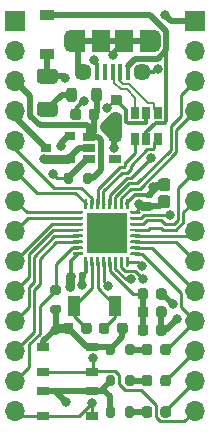
<source format=gbr>
%TF.GenerationSoftware,KiCad,Pcbnew,(5.1.8-0-10_14)*%
%TF.CreationDate,2021-01-29T20:55:06-06:00*%
%TF.ProjectId,serafino l432kc,73657261-6669-46e6-9f20-6c3433326b63,rev?*%
%TF.SameCoordinates,Original*%
%TF.FileFunction,Copper,L1,Top*%
%TF.FilePolarity,Positive*%
%FSLAX46Y46*%
G04 Gerber Fmt 4.6, Leading zero omitted, Abs format (unit mm)*
G04 Created by KiCad (PCBNEW (5.1.8-0-10_14)) date 2021-01-29 20:55:06*
%MOMM*%
%LPD*%
G01*
G04 APERTURE LIST*
%TA.AperFunction,SMDPad,CuDef*%
%ADD10R,1.050000X0.650000*%
%TD*%
%TA.AperFunction,SMDPad,CuDef*%
%ADD11R,1.200000X0.900000*%
%TD*%
%TA.AperFunction,ComponentPad*%
%ADD12O,1.700000X1.700000*%
%TD*%
%TA.AperFunction,ComponentPad*%
%ADD13R,1.700000X1.700000*%
%TD*%
%TA.AperFunction,SMDPad,CuDef*%
%ADD14R,1.500000X1.900000*%
%TD*%
%TA.AperFunction,ComponentPad*%
%ADD15C,1.450000*%
%TD*%
%TA.AperFunction,SMDPad,CuDef*%
%ADD16R,0.400000X1.350000*%
%TD*%
%TA.AperFunction,ComponentPad*%
%ADD17O,1.200000X1.900000*%
%TD*%
%TA.AperFunction,SMDPad,CuDef*%
%ADD18R,1.200000X1.900000*%
%TD*%
%TA.AperFunction,SMDPad,CuDef*%
%ADD19R,1.060000X0.650000*%
%TD*%
%TA.AperFunction,SMDPad,CuDef*%
%ADD20R,0.650000X1.060000*%
%TD*%
%TA.AperFunction,SMDPad,CuDef*%
%ADD21R,3.450000X3.450000*%
%TD*%
%TA.AperFunction,SMDPad,CuDef*%
%ADD22R,1.000000X1.800000*%
%TD*%
%TA.AperFunction,SMDPad,CuDef*%
%ADD23R,0.900000X0.800000*%
%TD*%
%TA.AperFunction,ViaPad*%
%ADD24C,0.800000*%
%TD*%
%TA.AperFunction,Conductor*%
%ADD25C,0.250000*%
%TD*%
%TA.AperFunction,Conductor*%
%ADD26C,0.500000*%
%TD*%
%TA.AperFunction,Conductor*%
%ADD27C,0.300000*%
%TD*%
%TA.AperFunction,Conductor*%
%ADD28C,0.750000*%
%TD*%
%TA.AperFunction,Conductor*%
%ADD29C,1.000000*%
%TD*%
%TA.AperFunction,Conductor*%
%ADD30C,0.200000*%
%TD*%
%TA.AperFunction,Conductor*%
%ADD31C,0.261112*%
%TD*%
G04 APERTURE END LIST*
D10*
%TO.P,SW1,2*%
%TO.N,NRST*%
X195242400Y-125789000D03*
%TO.P,SW1,1*%
%TO.N,GND*%
X195267400Y-123639000D03*
%TO.P,SW1,2*%
%TO.N,NRST*%
X191117400Y-125789000D03*
%TO.P,SW1,1*%
%TO.N,GND*%
X191117400Y-123639000D03*
%TD*%
%TO.P,SW2,2*%
%TO.N,PA0*%
X195242400Y-122106000D03*
%TO.P,SW2,1*%
%TO.N,GND*%
X195267400Y-119956000D03*
%TO.P,SW2,2*%
%TO.N,PA0*%
X191117400Y-122106000D03*
%TO.P,SW2,1*%
%TO.N,GND*%
X191117400Y-119956000D03*
%TD*%
%TO.P,C8,1*%
%TO.N,+3V3*%
%TA.AperFunction,SMDPad,CuDef*%
G36*
G01*
X201083499Y-105684000D02*
X201633501Y-105684000D01*
G75*
G02*
X201883500Y-105933999I0J-249999D01*
G01*
X201883500Y-106509001D01*
G75*
G02*
X201633501Y-106759000I-249999J0D01*
G01*
X201083499Y-106759000D01*
G75*
G02*
X200833500Y-106509001I0J249999D01*
G01*
X200833500Y-105933999D01*
G75*
G02*
X201083499Y-105684000I249999J0D01*
G01*
G37*
%TD.AperFunction*%
%TO.P,C8,2*%
%TO.N,GND*%
%TA.AperFunction,SMDPad,CuDef*%
G36*
G01*
X201083499Y-107109000D02*
X201633501Y-107109000D01*
G75*
G02*
X201883500Y-107358999I0J-249999D01*
G01*
X201883500Y-107934001D01*
G75*
G02*
X201633501Y-108184000I-249999J0D01*
G01*
X201083499Y-108184000D01*
G75*
G02*
X200833500Y-107934001I0J249999D01*
G01*
X200833500Y-107358999D01*
G75*
G02*
X201083499Y-107109000I249999J0D01*
G01*
G37*
%TD.AperFunction*%
%TD*%
D11*
%TO.P,D2,1*%
%TO.N,Net-(D2-Pad1)*%
X191452500Y-95185500D03*
%TO.P,D2,2*%
%TO.N,+5V*%
X191452500Y-91885500D03*
%TD*%
D12*
%TO.P,J3,14*%
%TO.N,PA0*%
X203962000Y-125349000D03*
%TO.P,J3,13*%
%TO.N,LED0*%
X203962000Y-122809000D03*
%TO.P,J3,12*%
%TO.N,LED1*%
X203962000Y-120269000D03*
%TO.P,J3,11*%
%TO.N,LED2*%
X203962000Y-117729000D03*
%TO.P,J3,10*%
%TO.N,SAI1_FS_B*%
X203962000Y-115189000D03*
%TO.P,J3,9*%
%TO.N,SPI1_SCK*%
X203962000Y-112649000D03*
%TO.P,J3,8*%
%TO.N,SPI1_MISO*%
X203962000Y-110109000D03*
%TO.P,J3,7*%
%TO.N,SPI1_MOSI*%
X203962000Y-107569000D03*
%TO.P,J3,6*%
%TO.N,SPI1_SS*%
X203962000Y-105029000D03*
%TO.P,J3,5*%
%TO.N,PB1*%
X203962000Y-102489000D03*
%TO.P,J3,4*%
%TO.N,PA8*%
X203962000Y-99949000D03*
%TO.P,J3,3*%
%TO.N,I2C1_SCL*%
X203962000Y-97409000D03*
%TO.P,J3,2*%
%TO.N,I2C1_SDA*%
X203962000Y-94869000D03*
D13*
%TO.P,J3,1*%
%TO.N,+3V3*%
X203962000Y-92329000D03*
%TD*%
%TO.P,J2,1*%
%TO.N,GND*%
X188722000Y-92329000D03*
D12*
%TO.P,J2,2*%
%TO.N,EN*%
X188722000Y-94869000D03*
%TO.P,J2,3*%
%TO.N,VHIGH*%
X188722000Y-97409000D03*
%TO.P,J2,4*%
%TO.N,+VIN*%
X188722000Y-99949000D03*
%TO.P,J2,5*%
%TO.N,SWDIO*%
X188722000Y-102489000D03*
%TO.P,J2,6*%
%TO.N,SWCLK*%
X188722000Y-105029000D03*
%TO.P,J2,7*%
%TO.N,PA15*%
X188722000Y-107569000D03*
%TO.P,J2,8*%
%TO.N,SAI1_SCK_B*%
X188722000Y-110109000D03*
%TO.P,J2,9*%
%TO.N,PB4*%
X188722000Y-112649000D03*
%TO.P,J2,10*%
%TO.N,SAI1_SD_B*%
X188722000Y-115189000D03*
%TO.P,J2,11*%
%TO.N,USART1_TX*%
X188722000Y-117729000D03*
%TO.P,J2,12*%
%TO.N,USART1_RX*%
X188722000Y-120269000D03*
%TO.P,J2,13*%
%TO.N,BOOT0*%
X188722000Y-122809000D03*
%TO.P,J2,14*%
%TO.N,NRST*%
X188722000Y-125349000D03*
%TD*%
%TO.P,R1,2*%
%TO.N,GND*%
%TA.AperFunction,SMDPad,CuDef*%
G36*
G01*
X197187000Y-125175600D02*
X197187000Y-125725600D01*
G75*
G02*
X196987000Y-125925600I-200000J0D01*
G01*
X196587000Y-125925600D01*
G75*
G02*
X196387000Y-125725600I0J200000D01*
G01*
X196387000Y-125175600D01*
G75*
G02*
X196587000Y-124975600I200000J0D01*
G01*
X196987000Y-124975600D01*
G75*
G02*
X197187000Y-125175600I0J-200000D01*
G01*
G37*
%TD.AperFunction*%
%TO.P,R1,1*%
%TO.N,Net-(D1-Pad1)*%
%TA.AperFunction,SMDPad,CuDef*%
G36*
G01*
X198837000Y-125175600D02*
X198837000Y-125725600D01*
G75*
G02*
X198637000Y-125925600I-200000J0D01*
G01*
X198237000Y-125925600D01*
G75*
G02*
X198037000Y-125725600I0J200000D01*
G01*
X198037000Y-125175600D01*
G75*
G02*
X198237000Y-124975600I200000J0D01*
G01*
X198637000Y-124975600D01*
G75*
G02*
X198837000Y-125175600I0J-200000D01*
G01*
G37*
%TD.AperFunction*%
%TD*%
%TO.P,R3,2*%
%TO.N,GND*%
%TA.AperFunction,SMDPad,CuDef*%
G36*
G01*
X197187000Y-122534000D02*
X197187000Y-123084000D01*
G75*
G02*
X196987000Y-123284000I-200000J0D01*
G01*
X196587000Y-123284000D01*
G75*
G02*
X196387000Y-123084000I0J200000D01*
G01*
X196387000Y-122534000D01*
G75*
G02*
X196587000Y-122334000I200000J0D01*
G01*
X196987000Y-122334000D01*
G75*
G02*
X197187000Y-122534000I0J-200000D01*
G01*
G37*
%TD.AperFunction*%
%TO.P,R3,1*%
%TO.N,Net-(D3-Pad1)*%
%TA.AperFunction,SMDPad,CuDef*%
G36*
G01*
X198837000Y-122534000D02*
X198837000Y-123084000D01*
G75*
G02*
X198637000Y-123284000I-200000J0D01*
G01*
X198237000Y-123284000D01*
G75*
G02*
X198037000Y-123084000I0J200000D01*
G01*
X198037000Y-122534000D01*
G75*
G02*
X198237000Y-122334000I200000J0D01*
G01*
X198637000Y-122334000D01*
G75*
G02*
X198837000Y-122534000I0J-200000D01*
G01*
G37*
%TD.AperFunction*%
%TD*%
%TO.P,R4,1*%
%TO.N,Net-(D4-Pad1)*%
%TA.AperFunction,SMDPad,CuDef*%
G36*
G01*
X198837000Y-119892400D02*
X198837000Y-120442400D01*
G75*
G02*
X198637000Y-120642400I-200000J0D01*
G01*
X198237000Y-120642400D01*
G75*
G02*
X198037000Y-120442400I0J200000D01*
G01*
X198037000Y-119892400D01*
G75*
G02*
X198237000Y-119692400I200000J0D01*
G01*
X198637000Y-119692400D01*
G75*
G02*
X198837000Y-119892400I0J-200000D01*
G01*
G37*
%TD.AperFunction*%
%TO.P,R4,2*%
%TO.N,GND*%
%TA.AperFunction,SMDPad,CuDef*%
G36*
G01*
X197187000Y-119892400D02*
X197187000Y-120442400D01*
G75*
G02*
X196987000Y-120642400I-200000J0D01*
G01*
X196587000Y-120642400D01*
G75*
G02*
X196387000Y-120442400I0J200000D01*
G01*
X196387000Y-119892400D01*
G75*
G02*
X196587000Y-119692400I200000J0D01*
G01*
X196987000Y-119692400D01*
G75*
G02*
X197187000Y-119892400I0J-200000D01*
G01*
G37*
%TD.AperFunction*%
%TD*%
%TO.P,D4,1*%
%TO.N,Net-(D4-Pad1)*%
%TA.AperFunction,SMDPad,CuDef*%
G36*
G01*
X199460400Y-120423650D02*
X199460400Y-119911150D01*
G75*
G02*
X199679150Y-119692400I218750J0D01*
G01*
X200116650Y-119692400D01*
G75*
G02*
X200335400Y-119911150I0J-218750D01*
G01*
X200335400Y-120423650D01*
G75*
G02*
X200116650Y-120642400I-218750J0D01*
G01*
X199679150Y-120642400D01*
G75*
G02*
X199460400Y-120423650I0J218750D01*
G01*
G37*
%TD.AperFunction*%
%TO.P,D4,2*%
%TO.N,LED2*%
%TA.AperFunction,SMDPad,CuDef*%
G36*
G01*
X201035400Y-120423650D02*
X201035400Y-119911150D01*
G75*
G02*
X201254150Y-119692400I218750J0D01*
G01*
X201691650Y-119692400D01*
G75*
G02*
X201910400Y-119911150I0J-218750D01*
G01*
X201910400Y-120423650D01*
G75*
G02*
X201691650Y-120642400I-218750J0D01*
G01*
X201254150Y-120642400D01*
G75*
G02*
X201035400Y-120423650I0J218750D01*
G01*
G37*
%TD.AperFunction*%
%TD*%
%TO.P,D3,2*%
%TO.N,LED1*%
%TA.AperFunction,SMDPad,CuDef*%
G36*
G01*
X201035400Y-123065250D02*
X201035400Y-122552750D01*
G75*
G02*
X201254150Y-122334000I218750J0D01*
G01*
X201691650Y-122334000D01*
G75*
G02*
X201910400Y-122552750I0J-218750D01*
G01*
X201910400Y-123065250D01*
G75*
G02*
X201691650Y-123284000I-218750J0D01*
G01*
X201254150Y-123284000D01*
G75*
G02*
X201035400Y-123065250I0J218750D01*
G01*
G37*
%TD.AperFunction*%
%TO.P,D3,1*%
%TO.N,Net-(D3-Pad1)*%
%TA.AperFunction,SMDPad,CuDef*%
G36*
G01*
X199460400Y-123065250D02*
X199460400Y-122552750D01*
G75*
G02*
X199679150Y-122334000I218750J0D01*
G01*
X200116650Y-122334000D01*
G75*
G02*
X200335400Y-122552750I0J-218750D01*
G01*
X200335400Y-123065250D01*
G75*
G02*
X200116650Y-123284000I-218750J0D01*
G01*
X199679150Y-123284000D01*
G75*
G02*
X199460400Y-123065250I0J218750D01*
G01*
G37*
%TD.AperFunction*%
%TD*%
%TO.P,D1,1*%
%TO.N,Net-(D1-Pad1)*%
%TA.AperFunction,SMDPad,CuDef*%
G36*
G01*
X199460400Y-125706850D02*
X199460400Y-125194350D01*
G75*
G02*
X199679150Y-124975600I218750J0D01*
G01*
X200116650Y-124975600D01*
G75*
G02*
X200335400Y-125194350I0J-218750D01*
G01*
X200335400Y-125706850D01*
G75*
G02*
X200116650Y-125925600I-218750J0D01*
G01*
X199679150Y-125925600D01*
G75*
G02*
X199460400Y-125706850I0J218750D01*
G01*
G37*
%TD.AperFunction*%
%TO.P,D1,2*%
%TO.N,LED0*%
%TA.AperFunction,SMDPad,CuDef*%
G36*
G01*
X201035400Y-125706850D02*
X201035400Y-125194350D01*
G75*
G02*
X201254150Y-124975600I218750J0D01*
G01*
X201691650Y-124975600D01*
G75*
G02*
X201910400Y-125194350I0J-218750D01*
G01*
X201910400Y-125706850D01*
G75*
G02*
X201691650Y-125925600I-218750J0D01*
G01*
X201254150Y-125925600D01*
G75*
G02*
X201035400Y-125706850I0J218750D01*
G01*
G37*
%TD.AperFunction*%
%TD*%
%TO.P,C1,2*%
%TO.N,GND*%
%TA.AperFunction,SMDPad,CuDef*%
G36*
G01*
X194302500Y-100016500D02*
X194302500Y-100516500D01*
G75*
G02*
X194077500Y-100741500I-225000J0D01*
G01*
X193627500Y-100741500D01*
G75*
G02*
X193402500Y-100516500I0J225000D01*
G01*
X193402500Y-100016500D01*
G75*
G02*
X193627500Y-99791500I225000J0D01*
G01*
X194077500Y-99791500D01*
G75*
G02*
X194302500Y-100016500I0J-225000D01*
G01*
G37*
%TD.AperFunction*%
%TO.P,C1,1*%
%TO.N,VHIGH*%
%TA.AperFunction,SMDPad,CuDef*%
G36*
G01*
X195852500Y-100016500D02*
X195852500Y-100516500D01*
G75*
G02*
X195627500Y-100741500I-225000J0D01*
G01*
X195177500Y-100741500D01*
G75*
G02*
X194952500Y-100516500I0J225000D01*
G01*
X194952500Y-100016500D01*
G75*
G02*
X195177500Y-99791500I225000J0D01*
G01*
X195627500Y-99791500D01*
G75*
G02*
X195852500Y-100016500I0J-225000D01*
G01*
G37*
%TD.AperFunction*%
%TD*%
%TO.P,C3,2*%
%TO.N,GND*%
%TA.AperFunction,SMDPad,CuDef*%
G36*
G01*
X197544500Y-99497000D02*
X197044500Y-99497000D01*
G75*
G02*
X196819500Y-99272000I0J225000D01*
G01*
X196819500Y-98822000D01*
G75*
G02*
X197044500Y-98597000I225000J0D01*
G01*
X197544500Y-98597000D01*
G75*
G02*
X197769500Y-98822000I0J-225000D01*
G01*
X197769500Y-99272000D01*
G75*
G02*
X197544500Y-99497000I-225000J0D01*
G01*
G37*
%TD.AperFunction*%
%TO.P,C3,1*%
%TO.N,+3V3*%
%TA.AperFunction,SMDPad,CuDef*%
G36*
G01*
X197544500Y-101047000D02*
X197044500Y-101047000D01*
G75*
G02*
X196819500Y-100822000I0J225000D01*
G01*
X196819500Y-100372000D01*
G75*
G02*
X197044500Y-100147000I225000J0D01*
G01*
X197544500Y-100147000D01*
G75*
G02*
X197769500Y-100372000I0J-225000D01*
G01*
X197769500Y-100822000D01*
G75*
G02*
X197544500Y-101047000I-225000J0D01*
G01*
G37*
%TD.AperFunction*%
%TD*%
%TO.P,C4,2*%
%TO.N,GND*%
%TA.AperFunction,SMDPad,CuDef*%
G36*
G01*
X193667500Y-118114000D02*
X193667500Y-118614000D01*
G75*
G02*
X193442500Y-118839000I-225000J0D01*
G01*
X192992500Y-118839000D01*
G75*
G02*
X192767500Y-118614000I0J225000D01*
G01*
X192767500Y-118114000D01*
G75*
G02*
X192992500Y-117889000I225000J0D01*
G01*
X193442500Y-117889000D01*
G75*
G02*
X193667500Y-118114000I0J-225000D01*
G01*
G37*
%TD.AperFunction*%
%TO.P,C4,1*%
%TO.N,HSE_IN*%
%TA.AperFunction,SMDPad,CuDef*%
G36*
G01*
X195217500Y-118114000D02*
X195217500Y-118614000D01*
G75*
G02*
X194992500Y-118839000I-225000J0D01*
G01*
X194542500Y-118839000D01*
G75*
G02*
X194317500Y-118614000I0J225000D01*
G01*
X194317500Y-118114000D01*
G75*
G02*
X194542500Y-117889000I225000J0D01*
G01*
X194992500Y-117889000D01*
G75*
G02*
X195217500Y-118114000I0J-225000D01*
G01*
G37*
%TD.AperFunction*%
%TD*%
%TO.P,C5,1*%
%TO.N,HSE_OUT*%
%TA.AperFunction,SMDPad,CuDef*%
G36*
G01*
X195815500Y-118614000D02*
X195815500Y-118114000D01*
G75*
G02*
X196040500Y-117889000I225000J0D01*
G01*
X196490500Y-117889000D01*
G75*
G02*
X196715500Y-118114000I0J-225000D01*
G01*
X196715500Y-118614000D01*
G75*
G02*
X196490500Y-118839000I-225000J0D01*
G01*
X196040500Y-118839000D01*
G75*
G02*
X195815500Y-118614000I0J225000D01*
G01*
G37*
%TD.AperFunction*%
%TO.P,C5,2*%
%TO.N,GND*%
%TA.AperFunction,SMDPad,CuDef*%
G36*
G01*
X197365500Y-118614000D02*
X197365500Y-118114000D01*
G75*
G02*
X197590500Y-117889000I225000J0D01*
G01*
X198040500Y-117889000D01*
G75*
G02*
X198265500Y-118114000I0J-225000D01*
G01*
X198265500Y-118614000D01*
G75*
G02*
X198040500Y-118839000I-225000J0D01*
G01*
X197590500Y-118839000D01*
G75*
G02*
X197365500Y-118614000I0J225000D01*
G01*
G37*
%TD.AperFunction*%
%TD*%
%TO.P,C6,1*%
%TO.N,+3V3*%
%TA.AperFunction,SMDPad,CuDef*%
G36*
G01*
X199918500Y-106809000D02*
X200258500Y-106809000D01*
G75*
G02*
X200398500Y-106949000I0J-140000D01*
G01*
X200398500Y-107229000D01*
G75*
G02*
X200258500Y-107369000I-140000J0D01*
G01*
X199918500Y-107369000D01*
G75*
G02*
X199778500Y-107229000I0J140000D01*
G01*
X199778500Y-106949000D01*
G75*
G02*
X199918500Y-106809000I140000J0D01*
G01*
G37*
%TD.AperFunction*%
%TO.P,C6,2*%
%TO.N,GND*%
%TA.AperFunction,SMDPad,CuDef*%
G36*
G01*
X199918500Y-107769000D02*
X200258500Y-107769000D01*
G75*
G02*
X200398500Y-107909000I0J-140000D01*
G01*
X200398500Y-108189000D01*
G75*
G02*
X200258500Y-108329000I-140000J0D01*
G01*
X199918500Y-108329000D01*
G75*
G02*
X199778500Y-108189000I0J140000D01*
G01*
X199778500Y-107909000D01*
G75*
G02*
X199918500Y-107769000I140000J0D01*
G01*
G37*
%TD.AperFunction*%
%TD*%
%TO.P,C7,2*%
%TO.N,GND*%
%TA.AperFunction,SMDPad,CuDef*%
G36*
G01*
X193729000Y-113749000D02*
X193729000Y-114089000D01*
G75*
G02*
X193589000Y-114229000I-140000J0D01*
G01*
X193309000Y-114229000D01*
G75*
G02*
X193169000Y-114089000I0J140000D01*
G01*
X193169000Y-113749000D01*
G75*
G02*
X193309000Y-113609000I140000J0D01*
G01*
X193589000Y-113609000D01*
G75*
G02*
X193729000Y-113749000I0J-140000D01*
G01*
G37*
%TD.AperFunction*%
%TO.P,C7,1*%
%TO.N,+3V3*%
%TA.AperFunction,SMDPad,CuDef*%
G36*
G01*
X194689000Y-113749000D02*
X194689000Y-114089000D01*
G75*
G02*
X194549000Y-114229000I-140000J0D01*
G01*
X194269000Y-114229000D01*
G75*
G02*
X194129000Y-114089000I0J140000D01*
G01*
X194129000Y-113749000D01*
G75*
G02*
X194269000Y-113609000I140000J0D01*
G01*
X194549000Y-113609000D01*
G75*
G02*
X194689000Y-113749000I0J-140000D01*
G01*
G37*
%TD.AperFunction*%
%TD*%
%TO.P,C9,1*%
%TO.N,+3.3VA*%
%TA.AperFunction,SMDPad,CuDef*%
G36*
G01*
X199104800Y-118766400D02*
X199104800Y-118266400D01*
G75*
G02*
X199329800Y-118041400I225000J0D01*
G01*
X199779800Y-118041400D01*
G75*
G02*
X200004800Y-118266400I0J-225000D01*
G01*
X200004800Y-118766400D01*
G75*
G02*
X199779800Y-118991400I-225000J0D01*
G01*
X199329800Y-118991400D01*
G75*
G02*
X199104800Y-118766400I0J225000D01*
G01*
G37*
%TD.AperFunction*%
%TO.P,C9,2*%
%TO.N,GND*%
%TA.AperFunction,SMDPad,CuDef*%
G36*
G01*
X200654800Y-118766400D02*
X200654800Y-118266400D01*
G75*
G02*
X200879800Y-118041400I225000J0D01*
G01*
X201329800Y-118041400D01*
G75*
G02*
X201554800Y-118266400I0J-225000D01*
G01*
X201554800Y-118766400D01*
G75*
G02*
X201329800Y-118991400I-225000J0D01*
G01*
X200879800Y-118991400D01*
G75*
G02*
X200654800Y-118766400I0J225000D01*
G01*
G37*
%TD.AperFunction*%
%TD*%
%TO.P,C10,2*%
%TO.N,GND*%
%TA.AperFunction,SMDPad,CuDef*%
G36*
G01*
X200654800Y-117242400D02*
X200654800Y-116742400D01*
G75*
G02*
X200879800Y-116517400I225000J0D01*
G01*
X201329800Y-116517400D01*
G75*
G02*
X201554800Y-116742400I0J-225000D01*
G01*
X201554800Y-117242400D01*
G75*
G02*
X201329800Y-117467400I-225000J0D01*
G01*
X200879800Y-117467400D01*
G75*
G02*
X200654800Y-117242400I0J225000D01*
G01*
G37*
%TD.AperFunction*%
%TO.P,C10,1*%
%TO.N,+3.3VA*%
%TA.AperFunction,SMDPad,CuDef*%
G36*
G01*
X199104800Y-117242400D02*
X199104800Y-116742400D01*
G75*
G02*
X199329800Y-116517400I225000J0D01*
G01*
X199779800Y-116517400D01*
G75*
G02*
X200004800Y-116742400I0J-225000D01*
G01*
X200004800Y-117242400D01*
G75*
G02*
X199779800Y-117467400I-225000J0D01*
G01*
X199329800Y-117467400D01*
G75*
G02*
X199104800Y-117242400I0J225000D01*
G01*
G37*
%TD.AperFunction*%
%TD*%
%TO.P,F1,2*%
%TO.N,Net-(D2-Pad1)*%
%TA.AperFunction,SMDPad,CuDef*%
G36*
G01*
X192077500Y-97650000D02*
X190827500Y-97650000D01*
G75*
G02*
X190577500Y-97400000I0J250000D01*
G01*
X190577500Y-96650000D01*
G75*
G02*
X190827500Y-96400000I250000J0D01*
G01*
X192077500Y-96400000D01*
G75*
G02*
X192327500Y-96650000I0J-250000D01*
G01*
X192327500Y-97400000D01*
G75*
G02*
X192077500Y-97650000I-250000J0D01*
G01*
G37*
%TD.AperFunction*%
%TO.P,F1,1*%
%TO.N,Net-(F1-Pad1)*%
%TA.AperFunction,SMDPad,CuDef*%
G36*
G01*
X192077500Y-100450000D02*
X190827500Y-100450000D01*
G75*
G02*
X190577500Y-100200000I0J250000D01*
G01*
X190577500Y-99450000D01*
G75*
G02*
X190827500Y-99200000I250000J0D01*
G01*
X192077500Y-99200000D01*
G75*
G02*
X192327500Y-99450000I0J-250000D01*
G01*
X192327500Y-100200000D01*
G75*
G02*
X192077500Y-100450000I-250000J0D01*
G01*
G37*
%TD.AperFunction*%
%TD*%
%TO.P,FB1,2*%
%TO.N,VHIGH*%
%TA.AperFunction,SMDPad,CuDef*%
G36*
G01*
X195189000Y-98996750D02*
X195189000Y-98234250D01*
G75*
G02*
X195407750Y-98015500I218750J0D01*
G01*
X195845250Y-98015500D01*
G75*
G02*
X196064000Y-98234250I0J-218750D01*
G01*
X196064000Y-98996750D01*
G75*
G02*
X195845250Y-99215500I-218750J0D01*
G01*
X195407750Y-99215500D01*
G75*
G02*
X195189000Y-98996750I0J218750D01*
G01*
G37*
%TD.AperFunction*%
%TO.P,FB1,1*%
%TO.N,Net-(F1-Pad1)*%
%TA.AperFunction,SMDPad,CuDef*%
G36*
G01*
X193064000Y-98996750D02*
X193064000Y-98234250D01*
G75*
G02*
X193282750Y-98015500I218750J0D01*
G01*
X193720250Y-98015500D01*
G75*
G02*
X193939000Y-98234250I0J-218750D01*
G01*
X193939000Y-98996750D01*
G75*
G02*
X193720250Y-99215500I-218750J0D01*
G01*
X193282750Y-99215500D01*
G75*
G02*
X193064000Y-98996750I0J218750D01*
G01*
G37*
%TD.AperFunction*%
%TD*%
D14*
%TO.P,J1,6*%
%TO.N,Net-(J1-Pad6)*%
X195977000Y-94012500D03*
D15*
X199477000Y-96712500D03*
D16*
%TO.P,J1,2*%
%TO.N,USB_CONN_D-*%
X197627000Y-96712500D03*
%TO.P,J1,1*%
%TO.N,+5V*%
X198277000Y-96712500D03*
%TO.P,J1,5*%
%TO.N,GND*%
X195677000Y-96712500D03*
%TO.P,J1,4*%
%TO.N,N/C*%
X196327000Y-96712500D03*
%TO.P,J1,3*%
%TO.N,USB_CONN_D+*%
X196977000Y-96712500D03*
D15*
%TO.P,J1,6*%
%TO.N,Net-(J1-Pad6)*%
X194477000Y-96712500D03*
D14*
X197977000Y-94012500D03*
D17*
X200477000Y-94012500D03*
X193477000Y-94012500D03*
D18*
X194077000Y-94012500D03*
X199877000Y-94012500D03*
%TD*%
%TO.P,L1,1*%
%TO.N,+3V3*%
%TA.AperFunction,SMDPad,CuDef*%
G36*
G01*
X201554800Y-115212150D02*
X201554800Y-115724650D01*
G75*
G02*
X201336050Y-115943400I-218750J0D01*
G01*
X200898550Y-115943400D01*
G75*
G02*
X200679800Y-115724650I0J218750D01*
G01*
X200679800Y-115212150D01*
G75*
G02*
X200898550Y-114993400I218750J0D01*
G01*
X201336050Y-114993400D01*
G75*
G02*
X201554800Y-115212150I0J-218750D01*
G01*
G37*
%TD.AperFunction*%
%TO.P,L1,2*%
%TO.N,+3.3VA*%
%TA.AperFunction,SMDPad,CuDef*%
G36*
G01*
X199979800Y-115212150D02*
X199979800Y-115724650D01*
G75*
G02*
X199761050Y-115943400I-218750J0D01*
G01*
X199323550Y-115943400D01*
G75*
G02*
X199104800Y-115724650I0J218750D01*
G01*
X199104800Y-115212150D01*
G75*
G02*
X199323550Y-114993400I218750J0D01*
G01*
X199761050Y-114993400D01*
G75*
G02*
X199979800Y-115212150I0J-218750D01*
G01*
G37*
%TD.AperFunction*%
%TD*%
%TO.P,R2,1*%
%TO.N,GND*%
%TA.AperFunction,SMDPad,CuDef*%
G36*
G01*
X192426000Y-117176000D02*
X191876000Y-117176000D01*
G75*
G02*
X191676000Y-116976000I0J200000D01*
G01*
X191676000Y-116576000D01*
G75*
G02*
X191876000Y-116376000I200000J0D01*
G01*
X192426000Y-116376000D01*
G75*
G02*
X192626000Y-116576000I0J-200000D01*
G01*
X192626000Y-116976000D01*
G75*
G02*
X192426000Y-117176000I-200000J0D01*
G01*
G37*
%TD.AperFunction*%
%TO.P,R2,2*%
%TO.N,BOOT0*%
%TA.AperFunction,SMDPad,CuDef*%
G36*
G01*
X192426000Y-115526000D02*
X191876000Y-115526000D01*
G75*
G02*
X191676000Y-115326000I0J200000D01*
G01*
X191676000Y-114926000D01*
G75*
G02*
X191876000Y-114726000I200000J0D01*
G01*
X192426000Y-114726000D01*
G75*
G02*
X192626000Y-114926000I0J-200000D01*
G01*
X192626000Y-115326000D01*
G75*
G02*
X192426000Y-115526000I-200000J0D01*
G01*
G37*
%TD.AperFunction*%
%TD*%
D19*
%TO.P,U1,5*%
%TO.N,+3V3*%
X197188000Y-102174000D03*
%TO.P,U1,4*%
%TO.N,N/C*%
X197188000Y-104074000D03*
%TO.P,U1,3*%
%TO.N,EN*%
X194988000Y-104074000D03*
%TO.P,U1,2*%
%TO.N,GND*%
X194988000Y-103124000D03*
%TO.P,U1,1*%
%TO.N,VHIGH*%
X194988000Y-102174000D03*
%TD*%
D20*
%TO.P,U2,1*%
%TO.N,USB_CONN_D-*%
X200784500Y-100119000D03*
%TO.P,U2,2*%
%TO.N,GND*%
X199834500Y-100119000D03*
%TO.P,U2,3*%
%TO.N,USB_CONN_D+*%
X198884500Y-100119000D03*
%TO.P,U2,4*%
%TO.N,USB_D+*%
X198884500Y-102319000D03*
%TO.P,U2,6*%
%TO.N,USB_D-*%
X200784500Y-102319000D03*
%TO.P,U2,5*%
%TO.N,+5V*%
X199834500Y-102319000D03*
%TD*%
D21*
%TO.P,U3,33*%
%TO.N,GND*%
X196469000Y-110299500D03*
%TO.P,U3,32*%
%TA.AperFunction,SMDPad,CuDef*%
G36*
G01*
X194406500Y-112174500D02*
X193656500Y-112174500D01*
G75*
G02*
X193594000Y-112112000I0J62500D01*
G01*
X193594000Y-111987000D01*
G75*
G02*
X193656500Y-111924500I62500J0D01*
G01*
X194406500Y-111924500D01*
G75*
G02*
X194469000Y-111987000I0J-62500D01*
G01*
X194469000Y-112112000D01*
G75*
G02*
X194406500Y-112174500I-62500J0D01*
G01*
G37*
%TD.AperFunction*%
%TO.P,U3,31*%
%TO.N,BOOT0*%
%TA.AperFunction,SMDPad,CuDef*%
G36*
G01*
X194406500Y-111674500D02*
X193656500Y-111674500D01*
G75*
G02*
X193594000Y-111612000I0J62500D01*
G01*
X193594000Y-111487000D01*
G75*
G02*
X193656500Y-111424500I62500J0D01*
G01*
X194406500Y-111424500D01*
G75*
G02*
X194469000Y-111487000I0J-62500D01*
G01*
X194469000Y-111612000D01*
G75*
G02*
X194406500Y-111674500I-62500J0D01*
G01*
G37*
%TD.AperFunction*%
%TO.P,U3,30*%
%TO.N,USART1_RX*%
%TA.AperFunction,SMDPad,CuDef*%
G36*
G01*
X194406500Y-111174500D02*
X193656500Y-111174500D01*
G75*
G02*
X193594000Y-111112000I0J62500D01*
G01*
X193594000Y-110987000D01*
G75*
G02*
X193656500Y-110924500I62500J0D01*
G01*
X194406500Y-110924500D01*
G75*
G02*
X194469000Y-110987000I0J-62500D01*
G01*
X194469000Y-111112000D01*
G75*
G02*
X194406500Y-111174500I-62500J0D01*
G01*
G37*
%TD.AperFunction*%
%TO.P,U3,29*%
%TO.N,USART1_TX*%
%TA.AperFunction,SMDPad,CuDef*%
G36*
G01*
X194406500Y-110674500D02*
X193656500Y-110674500D01*
G75*
G02*
X193594000Y-110612000I0J62500D01*
G01*
X193594000Y-110487000D01*
G75*
G02*
X193656500Y-110424500I62500J0D01*
G01*
X194406500Y-110424500D01*
G75*
G02*
X194469000Y-110487000I0J-62500D01*
G01*
X194469000Y-110612000D01*
G75*
G02*
X194406500Y-110674500I-62500J0D01*
G01*
G37*
%TD.AperFunction*%
%TO.P,U3,28*%
%TO.N,SAI1_SD_B*%
%TA.AperFunction,SMDPad,CuDef*%
G36*
G01*
X194406500Y-110174500D02*
X193656500Y-110174500D01*
G75*
G02*
X193594000Y-110112000I0J62500D01*
G01*
X193594000Y-109987000D01*
G75*
G02*
X193656500Y-109924500I62500J0D01*
G01*
X194406500Y-109924500D01*
G75*
G02*
X194469000Y-109987000I0J-62500D01*
G01*
X194469000Y-110112000D01*
G75*
G02*
X194406500Y-110174500I-62500J0D01*
G01*
G37*
%TD.AperFunction*%
%TO.P,U3,27*%
%TO.N,PB4*%
%TA.AperFunction,SMDPad,CuDef*%
G36*
G01*
X194406500Y-109674500D02*
X193656500Y-109674500D01*
G75*
G02*
X193594000Y-109612000I0J62500D01*
G01*
X193594000Y-109487000D01*
G75*
G02*
X193656500Y-109424500I62500J0D01*
G01*
X194406500Y-109424500D01*
G75*
G02*
X194469000Y-109487000I0J-62500D01*
G01*
X194469000Y-109612000D01*
G75*
G02*
X194406500Y-109674500I-62500J0D01*
G01*
G37*
%TD.AperFunction*%
%TO.P,U3,26*%
%TO.N,SAI1_SCK_B*%
%TA.AperFunction,SMDPad,CuDef*%
G36*
G01*
X194406500Y-109174500D02*
X193656500Y-109174500D01*
G75*
G02*
X193594000Y-109112000I0J62500D01*
G01*
X193594000Y-108987000D01*
G75*
G02*
X193656500Y-108924500I62500J0D01*
G01*
X194406500Y-108924500D01*
G75*
G02*
X194469000Y-108987000I0J-62500D01*
G01*
X194469000Y-109112000D01*
G75*
G02*
X194406500Y-109174500I-62500J0D01*
G01*
G37*
%TD.AperFunction*%
%TO.P,U3,25*%
%TO.N,PA15*%
%TA.AperFunction,SMDPad,CuDef*%
G36*
G01*
X194406500Y-108674500D02*
X193656500Y-108674500D01*
G75*
G02*
X193594000Y-108612000I0J62500D01*
G01*
X193594000Y-108487000D01*
G75*
G02*
X193656500Y-108424500I62500J0D01*
G01*
X194406500Y-108424500D01*
G75*
G02*
X194469000Y-108487000I0J-62500D01*
G01*
X194469000Y-108612000D01*
G75*
G02*
X194406500Y-108674500I-62500J0D01*
G01*
G37*
%TD.AperFunction*%
%TO.P,U3,24*%
%TO.N,SWCLK*%
%TA.AperFunction,SMDPad,CuDef*%
G36*
G01*
X194781500Y-108299500D02*
X194656500Y-108299500D01*
G75*
G02*
X194594000Y-108237000I0J62500D01*
G01*
X194594000Y-107487000D01*
G75*
G02*
X194656500Y-107424500I62500J0D01*
G01*
X194781500Y-107424500D01*
G75*
G02*
X194844000Y-107487000I0J-62500D01*
G01*
X194844000Y-108237000D01*
G75*
G02*
X194781500Y-108299500I-62500J0D01*
G01*
G37*
%TD.AperFunction*%
%TO.P,U3,23*%
%TO.N,SWDIO*%
%TA.AperFunction,SMDPad,CuDef*%
G36*
G01*
X195281500Y-108299500D02*
X195156500Y-108299500D01*
G75*
G02*
X195094000Y-108237000I0J62500D01*
G01*
X195094000Y-107487000D01*
G75*
G02*
X195156500Y-107424500I62500J0D01*
G01*
X195281500Y-107424500D01*
G75*
G02*
X195344000Y-107487000I0J-62500D01*
G01*
X195344000Y-108237000D01*
G75*
G02*
X195281500Y-108299500I-62500J0D01*
G01*
G37*
%TD.AperFunction*%
%TO.P,U3,22*%
%TO.N,USB_D+*%
%TA.AperFunction,SMDPad,CuDef*%
G36*
G01*
X195781500Y-108299500D02*
X195656500Y-108299500D01*
G75*
G02*
X195594000Y-108237000I0J62500D01*
G01*
X195594000Y-107487000D01*
G75*
G02*
X195656500Y-107424500I62500J0D01*
G01*
X195781500Y-107424500D01*
G75*
G02*
X195844000Y-107487000I0J-62500D01*
G01*
X195844000Y-108237000D01*
G75*
G02*
X195781500Y-108299500I-62500J0D01*
G01*
G37*
%TD.AperFunction*%
%TO.P,U3,21*%
%TO.N,USB_D-*%
%TA.AperFunction,SMDPad,CuDef*%
G36*
G01*
X196281500Y-108299500D02*
X196156500Y-108299500D01*
G75*
G02*
X196094000Y-108237000I0J62500D01*
G01*
X196094000Y-107487000D01*
G75*
G02*
X196156500Y-107424500I62500J0D01*
G01*
X196281500Y-107424500D01*
G75*
G02*
X196344000Y-107487000I0J-62500D01*
G01*
X196344000Y-108237000D01*
G75*
G02*
X196281500Y-108299500I-62500J0D01*
G01*
G37*
%TD.AperFunction*%
%TO.P,U3,20*%
%TO.N,I2C1_SDA*%
%TA.AperFunction,SMDPad,CuDef*%
G36*
G01*
X196781500Y-108299500D02*
X196656500Y-108299500D01*
G75*
G02*
X196594000Y-108237000I0J62500D01*
G01*
X196594000Y-107487000D01*
G75*
G02*
X196656500Y-107424500I62500J0D01*
G01*
X196781500Y-107424500D01*
G75*
G02*
X196844000Y-107487000I0J-62500D01*
G01*
X196844000Y-108237000D01*
G75*
G02*
X196781500Y-108299500I-62500J0D01*
G01*
G37*
%TD.AperFunction*%
%TO.P,U3,19*%
%TO.N,I2C1_SCL*%
%TA.AperFunction,SMDPad,CuDef*%
G36*
G01*
X197281500Y-108299500D02*
X197156500Y-108299500D01*
G75*
G02*
X197094000Y-108237000I0J62500D01*
G01*
X197094000Y-107487000D01*
G75*
G02*
X197156500Y-107424500I62500J0D01*
G01*
X197281500Y-107424500D01*
G75*
G02*
X197344000Y-107487000I0J-62500D01*
G01*
X197344000Y-108237000D01*
G75*
G02*
X197281500Y-108299500I-62500J0D01*
G01*
G37*
%TD.AperFunction*%
%TO.P,U3,18*%
%TO.N,PA8*%
%TA.AperFunction,SMDPad,CuDef*%
G36*
G01*
X197781500Y-108299500D02*
X197656500Y-108299500D01*
G75*
G02*
X197594000Y-108237000I0J62500D01*
G01*
X197594000Y-107487000D01*
G75*
G02*
X197656500Y-107424500I62500J0D01*
G01*
X197781500Y-107424500D01*
G75*
G02*
X197844000Y-107487000I0J-62500D01*
G01*
X197844000Y-108237000D01*
G75*
G02*
X197781500Y-108299500I-62500J0D01*
G01*
G37*
%TD.AperFunction*%
%TO.P,U3,17*%
%TO.N,+3V3*%
%TA.AperFunction,SMDPad,CuDef*%
G36*
G01*
X198281500Y-108299500D02*
X198156500Y-108299500D01*
G75*
G02*
X198094000Y-108237000I0J62500D01*
G01*
X198094000Y-107487000D01*
G75*
G02*
X198156500Y-107424500I62500J0D01*
G01*
X198281500Y-107424500D01*
G75*
G02*
X198344000Y-107487000I0J-62500D01*
G01*
X198344000Y-108237000D01*
G75*
G02*
X198281500Y-108299500I-62500J0D01*
G01*
G37*
%TD.AperFunction*%
%TO.P,U3,16*%
%TO.N,GND*%
%TA.AperFunction,SMDPad,CuDef*%
G36*
G01*
X199281500Y-108674500D02*
X198531500Y-108674500D01*
G75*
G02*
X198469000Y-108612000I0J62500D01*
G01*
X198469000Y-108487000D01*
G75*
G02*
X198531500Y-108424500I62500J0D01*
G01*
X199281500Y-108424500D01*
G75*
G02*
X199344000Y-108487000I0J-62500D01*
G01*
X199344000Y-108612000D01*
G75*
G02*
X199281500Y-108674500I-62500J0D01*
G01*
G37*
%TD.AperFunction*%
%TO.P,U3,15*%
%TO.N,PB1*%
%TA.AperFunction,SMDPad,CuDef*%
G36*
G01*
X199281500Y-109174500D02*
X198531500Y-109174500D01*
G75*
G02*
X198469000Y-109112000I0J62500D01*
G01*
X198469000Y-108987000D01*
G75*
G02*
X198531500Y-108924500I62500J0D01*
G01*
X199281500Y-108924500D01*
G75*
G02*
X199344000Y-108987000I0J-62500D01*
G01*
X199344000Y-109112000D01*
G75*
G02*
X199281500Y-109174500I-62500J0D01*
G01*
G37*
%TD.AperFunction*%
%TO.P,U3,14*%
%TO.N,SPI1_SS*%
%TA.AperFunction,SMDPad,CuDef*%
G36*
G01*
X199281500Y-109674500D02*
X198531500Y-109674500D01*
G75*
G02*
X198469000Y-109612000I0J62500D01*
G01*
X198469000Y-109487000D01*
G75*
G02*
X198531500Y-109424500I62500J0D01*
G01*
X199281500Y-109424500D01*
G75*
G02*
X199344000Y-109487000I0J-62500D01*
G01*
X199344000Y-109612000D01*
G75*
G02*
X199281500Y-109674500I-62500J0D01*
G01*
G37*
%TD.AperFunction*%
%TO.P,U3,13*%
%TO.N,SPI1_MOSI*%
%TA.AperFunction,SMDPad,CuDef*%
G36*
G01*
X199281500Y-110174500D02*
X198531500Y-110174500D01*
G75*
G02*
X198469000Y-110112000I0J62500D01*
G01*
X198469000Y-109987000D01*
G75*
G02*
X198531500Y-109924500I62500J0D01*
G01*
X199281500Y-109924500D01*
G75*
G02*
X199344000Y-109987000I0J-62500D01*
G01*
X199344000Y-110112000D01*
G75*
G02*
X199281500Y-110174500I-62500J0D01*
G01*
G37*
%TD.AperFunction*%
%TO.P,U3,12*%
%TO.N,SPI1_MISO*%
%TA.AperFunction,SMDPad,CuDef*%
G36*
G01*
X199281500Y-110674500D02*
X198531500Y-110674500D01*
G75*
G02*
X198469000Y-110612000I0J62500D01*
G01*
X198469000Y-110487000D01*
G75*
G02*
X198531500Y-110424500I62500J0D01*
G01*
X199281500Y-110424500D01*
G75*
G02*
X199344000Y-110487000I0J-62500D01*
G01*
X199344000Y-110612000D01*
G75*
G02*
X199281500Y-110674500I-62500J0D01*
G01*
G37*
%TD.AperFunction*%
%TO.P,U3,11*%
%TO.N,SPI1_SCK*%
%TA.AperFunction,SMDPad,CuDef*%
G36*
G01*
X199281500Y-111174500D02*
X198531500Y-111174500D01*
G75*
G02*
X198469000Y-111112000I0J62500D01*
G01*
X198469000Y-110987000D01*
G75*
G02*
X198531500Y-110924500I62500J0D01*
G01*
X199281500Y-110924500D01*
G75*
G02*
X199344000Y-110987000I0J-62500D01*
G01*
X199344000Y-111112000D01*
G75*
G02*
X199281500Y-111174500I-62500J0D01*
G01*
G37*
%TD.AperFunction*%
%TO.P,U3,10*%
%TO.N,SAI1_FS_B*%
%TA.AperFunction,SMDPad,CuDef*%
G36*
G01*
X199281500Y-111674500D02*
X198531500Y-111674500D01*
G75*
G02*
X198469000Y-111612000I0J62500D01*
G01*
X198469000Y-111487000D01*
G75*
G02*
X198531500Y-111424500I62500J0D01*
G01*
X199281500Y-111424500D01*
G75*
G02*
X199344000Y-111487000I0J-62500D01*
G01*
X199344000Y-111612000D01*
G75*
G02*
X199281500Y-111674500I-62500J0D01*
G01*
G37*
%TD.AperFunction*%
%TO.P,U3,9*%
%TO.N,LED2*%
%TA.AperFunction,SMDPad,CuDef*%
G36*
G01*
X199281500Y-112174500D02*
X198531500Y-112174500D01*
G75*
G02*
X198469000Y-112112000I0J62500D01*
G01*
X198469000Y-111987000D01*
G75*
G02*
X198531500Y-111924500I62500J0D01*
G01*
X199281500Y-111924500D01*
G75*
G02*
X199344000Y-111987000I0J-62500D01*
G01*
X199344000Y-112112000D01*
G75*
G02*
X199281500Y-112174500I-62500J0D01*
G01*
G37*
%TD.AperFunction*%
%TO.P,U3,8*%
%TO.N,LED1*%
%TA.AperFunction,SMDPad,CuDef*%
G36*
G01*
X198281500Y-113174500D02*
X198156500Y-113174500D01*
G75*
G02*
X198094000Y-113112000I0J62500D01*
G01*
X198094000Y-112362000D01*
G75*
G02*
X198156500Y-112299500I62500J0D01*
G01*
X198281500Y-112299500D01*
G75*
G02*
X198344000Y-112362000I0J-62500D01*
G01*
X198344000Y-113112000D01*
G75*
G02*
X198281500Y-113174500I-62500J0D01*
G01*
G37*
%TD.AperFunction*%
%TO.P,U3,7*%
%TO.N,LED0*%
%TA.AperFunction,SMDPad,CuDef*%
G36*
G01*
X197781500Y-113174500D02*
X197656500Y-113174500D01*
G75*
G02*
X197594000Y-113112000I0J62500D01*
G01*
X197594000Y-112362000D01*
G75*
G02*
X197656500Y-112299500I62500J0D01*
G01*
X197781500Y-112299500D01*
G75*
G02*
X197844000Y-112362000I0J-62500D01*
G01*
X197844000Y-113112000D01*
G75*
G02*
X197781500Y-113174500I-62500J0D01*
G01*
G37*
%TD.AperFunction*%
%TO.P,U3,6*%
%TO.N,PA0*%
%TA.AperFunction,SMDPad,CuDef*%
G36*
G01*
X197281500Y-113174500D02*
X197156500Y-113174500D01*
G75*
G02*
X197094000Y-113112000I0J62500D01*
G01*
X197094000Y-112362000D01*
G75*
G02*
X197156500Y-112299500I62500J0D01*
G01*
X197281500Y-112299500D01*
G75*
G02*
X197344000Y-112362000I0J-62500D01*
G01*
X197344000Y-113112000D01*
G75*
G02*
X197281500Y-113174500I-62500J0D01*
G01*
G37*
%TD.AperFunction*%
%TO.P,U3,5*%
%TO.N,+3.3VA*%
%TA.AperFunction,SMDPad,CuDef*%
G36*
G01*
X196781500Y-113174500D02*
X196656500Y-113174500D01*
G75*
G02*
X196594000Y-113112000I0J62500D01*
G01*
X196594000Y-112362000D01*
G75*
G02*
X196656500Y-112299500I62500J0D01*
G01*
X196781500Y-112299500D01*
G75*
G02*
X196844000Y-112362000I0J-62500D01*
G01*
X196844000Y-113112000D01*
G75*
G02*
X196781500Y-113174500I-62500J0D01*
G01*
G37*
%TD.AperFunction*%
%TO.P,U3,4*%
%TO.N,NRST*%
%TA.AperFunction,SMDPad,CuDef*%
G36*
G01*
X196281500Y-113174500D02*
X196156500Y-113174500D01*
G75*
G02*
X196094000Y-113112000I0J62500D01*
G01*
X196094000Y-112362000D01*
G75*
G02*
X196156500Y-112299500I62500J0D01*
G01*
X196281500Y-112299500D01*
G75*
G02*
X196344000Y-112362000I0J-62500D01*
G01*
X196344000Y-113112000D01*
G75*
G02*
X196281500Y-113174500I-62500J0D01*
G01*
G37*
%TD.AperFunction*%
%TO.P,U3,3*%
%TO.N,HSE_OUT*%
%TA.AperFunction,SMDPad,CuDef*%
G36*
G01*
X195781500Y-113174500D02*
X195656500Y-113174500D01*
G75*
G02*
X195594000Y-113112000I0J62500D01*
G01*
X195594000Y-112362000D01*
G75*
G02*
X195656500Y-112299500I62500J0D01*
G01*
X195781500Y-112299500D01*
G75*
G02*
X195844000Y-112362000I0J-62500D01*
G01*
X195844000Y-113112000D01*
G75*
G02*
X195781500Y-113174500I-62500J0D01*
G01*
G37*
%TD.AperFunction*%
%TO.P,U3,2*%
%TO.N,HSE_IN*%
%TA.AperFunction,SMDPad,CuDef*%
G36*
G01*
X195281500Y-113174500D02*
X195156500Y-113174500D01*
G75*
G02*
X195094000Y-113112000I0J62500D01*
G01*
X195094000Y-112362000D01*
G75*
G02*
X195156500Y-112299500I62500J0D01*
G01*
X195281500Y-112299500D01*
G75*
G02*
X195344000Y-112362000I0J-62500D01*
G01*
X195344000Y-113112000D01*
G75*
G02*
X195281500Y-113174500I-62500J0D01*
G01*
G37*
%TD.AperFunction*%
%TO.P,U3,1*%
%TO.N,+3V3*%
%TA.AperFunction,SMDPad,CuDef*%
G36*
G01*
X194781500Y-113174500D02*
X194656500Y-113174500D01*
G75*
G02*
X194594000Y-113112000I0J62500D01*
G01*
X194594000Y-112362000D01*
G75*
G02*
X194656500Y-112299500I62500J0D01*
G01*
X194781500Y-112299500D01*
G75*
G02*
X194844000Y-112362000I0J-62500D01*
G01*
X194844000Y-113112000D01*
G75*
G02*
X194781500Y-113174500I-62500J0D01*
G01*
G37*
%TD.AperFunction*%
%TD*%
D22*
%TO.P,Y1,1*%
%TO.N,HSE_IN*%
X193703000Y-116459000D03*
%TO.P,Y1,2*%
%TO.N,HSE_OUT*%
X197203000Y-116459000D03*
%TD*%
%TO.P,R5,1*%
%TO.N,VHIGH*%
%TA.AperFunction,SMDPad,CuDef*%
G36*
G01*
X195281000Y-105389000D02*
X195281000Y-105939000D01*
G75*
G02*
X195081000Y-106139000I-200000J0D01*
G01*
X194681000Y-106139000D01*
G75*
G02*
X194481000Y-105939000I0J200000D01*
G01*
X194481000Y-105389000D01*
G75*
G02*
X194681000Y-105189000I200000J0D01*
G01*
X195081000Y-105189000D01*
G75*
G02*
X195281000Y-105389000I0J-200000D01*
G01*
G37*
%TD.AperFunction*%
%TO.P,R5,2*%
%TO.N,EN*%
%TA.AperFunction,SMDPad,CuDef*%
G36*
G01*
X193631000Y-105389000D02*
X193631000Y-105939000D01*
G75*
G02*
X193431000Y-106139000I-200000J0D01*
G01*
X193031000Y-106139000D01*
G75*
G02*
X192831000Y-105939000I0J200000D01*
G01*
X192831000Y-105389000D01*
G75*
G02*
X193031000Y-105189000I200000J0D01*
G01*
X193431000Y-105189000D01*
G75*
G02*
X193631000Y-105389000I0J-200000D01*
G01*
G37*
%TD.AperFunction*%
%TD*%
D23*
%TO.P,Q1,1*%
%TO.N,GND*%
X193340000Y-104020000D03*
%TO.P,Q1,2*%
%TO.N,Net-(D2-Pad1)*%
X193340000Y-102120000D03*
%TO.P,Q1,3*%
%TO.N,+VIN*%
X191340000Y-103070000D03*
%TD*%
D24*
%TO.N,GND*%
X196469000Y-110236000D03*
X195326000Y-111379000D03*
X197612000Y-111379000D03*
X197612000Y-109220000D03*
X195326000Y-109220000D03*
X196476500Y-99695000D03*
X195389500Y-95631000D03*
X194578577Y-99104007D03*
X191135000Y-104076500D03*
X199245903Y-107860403D03*
X193392918Y-114877116D03*
X192087500Y-118491000D03*
X202438000Y-117602000D03*
X193040000Y-124587000D03*
%TO.N,NRST*%
X196574153Y-114804847D03*
X195199000Y-124714000D03*
%TO.N,+3V3*%
X197104000Y-103148998D03*
X196405500Y-101346000D03*
X200410814Y-106430814D03*
X194373500Y-114681000D03*
X201422000Y-91821000D03*
X202057000Y-116332000D03*
%TO.N,LED0*%
X199517000Y-114173000D03*
%TO.N,Net-(D2-Pad1)*%
X192913000Y-97155000D03*
X192651768Y-102973464D03*
%TO.N,Net-(J1-Pad6)*%
X200787000Y-96393000D03*
X196977000Y-95250000D03*
%TO.N,PA0*%
X198498124Y-114224510D03*
X195325999Y-120904000D03*
%TO.N,I2C1_SDA*%
X200227303Y-103927303D03*
%TO.N,LED1*%
X199458153Y-113088847D03*
%TO.N,EN*%
X191897000Y-105283000D03*
%TO.N,PB1*%
X201803000Y-108775500D03*
%TD*%
D25*
%TO.N,GND*%
X198906500Y-108549500D02*
X199379000Y-108077000D01*
X200060500Y-108077000D02*
X200088500Y-108049000D01*
X199379000Y-108077000D02*
X200060500Y-108077000D01*
D26*
X200956000Y-108049000D02*
X200088500Y-108049000D01*
X201358500Y-107646500D02*
X200956000Y-108049000D01*
X194101000Y-103124000D02*
X193278000Y-103947000D01*
X194988000Y-103124000D02*
X194101000Y-103124000D01*
D27*
X198144510Y-100864012D02*
X198144510Y-99897010D01*
X198144510Y-99897010D02*
X197294500Y-99047000D01*
X198279499Y-100999001D02*
X198144510Y-100864012D01*
X199784499Y-100999001D02*
X198279499Y-100999001D01*
X199834500Y-100949000D02*
X199784499Y-100999001D01*
X199834500Y-100119000D02*
X199834500Y-100949000D01*
D25*
X197124500Y-99047000D02*
X196476500Y-99695000D01*
X197294500Y-99047000D02*
X197124500Y-99047000D01*
X195677000Y-95918500D02*
X195389500Y-95631000D01*
X195677000Y-96712500D02*
X195677000Y-95918500D01*
D27*
X193852500Y-99771500D02*
X194310000Y-99314000D01*
X193852500Y-100266500D02*
X193852500Y-99771500D01*
D28*
X193148500Y-104076500D02*
X191135000Y-104076500D01*
X193278000Y-103947000D02*
X193148500Y-104076500D01*
X199434500Y-108049000D02*
X199245903Y-107860403D01*
X200088500Y-108049000D02*
X199434500Y-108049000D01*
X193392918Y-113975082D02*
X193392918Y-114877116D01*
X193449000Y-113919000D02*
X193392918Y-113975082D01*
X192214500Y-118364000D02*
X192087500Y-118491000D01*
X193217500Y-118364000D02*
X192214500Y-118364000D01*
D27*
X193449000Y-112632000D02*
X193449000Y-113919000D01*
X194031500Y-112049500D02*
X193449000Y-112632000D01*
D26*
X193259802Y-114744000D02*
X193392918Y-114877116D01*
X201104800Y-116992400D02*
X201104800Y-118516400D01*
X192151000Y-118427500D02*
X192087500Y-118491000D01*
X192151000Y-116776000D02*
X192151000Y-118427500D01*
X191117400Y-119461100D02*
X192087500Y-118491000D01*
X191117400Y-119956000D02*
X191117400Y-119461100D01*
X194809500Y-119956000D02*
X195267400Y-119956000D01*
X193217500Y-118364000D02*
X194809500Y-119956000D01*
X196575600Y-119956000D02*
X196787000Y-120167400D01*
X195267400Y-119956000D02*
X196575600Y-119956000D01*
X197815500Y-119138900D02*
X196787000Y-120167400D01*
X197815500Y-118364000D02*
X197815500Y-119138900D01*
X201523600Y-118516400D02*
X202438000Y-117602000D01*
X201104800Y-118516400D02*
X201523600Y-118516400D01*
X195957000Y-123639000D02*
X196787000Y-122809000D01*
X195267400Y-123639000D02*
X195957000Y-123639000D01*
X196787000Y-124133600D02*
X196787000Y-125450600D01*
X196292400Y-123639000D02*
X196787000Y-124133600D01*
X195267400Y-123639000D02*
X196292400Y-123639000D01*
X191117400Y-123639000D02*
X195267400Y-123639000D01*
X192092000Y-123639000D02*
X193040000Y-124587000D01*
X191117400Y-123639000D02*
X192092000Y-123639000D01*
%TO.N,VHIGH*%
X195626500Y-100042500D02*
X195402500Y-100266500D01*
X195626500Y-98615500D02*
X195626500Y-100042500D01*
X195402500Y-101759500D02*
X194988000Y-102174000D01*
X195402500Y-100266500D02*
X195402500Y-101759500D01*
X195703002Y-102174000D02*
X194988000Y-102174000D01*
X195968001Y-104976999D02*
X195968001Y-102438999D01*
X195968001Y-102438999D02*
X195703002Y-102174000D01*
X195281000Y-105664000D02*
X195968001Y-104976999D01*
X194881000Y-105664000D02*
X195281000Y-105664000D01*
X190022001Y-98709001D02*
X188722000Y-97409000D01*
X190829044Y-101191510D02*
X190022001Y-100384467D01*
X190022001Y-100384467D02*
X190022001Y-98709001D01*
X194830510Y-101191510D02*
X190829044Y-101191510D01*
X194988000Y-101349000D02*
X194830510Y-101191510D01*
X194988000Y-102174000D02*
X194988000Y-101349000D01*
D25*
%TO.N,NRST*%
X196219000Y-114449694D02*
X196574153Y-114804847D01*
X196219000Y-112737000D02*
X196219000Y-114449694D01*
X195199000Y-125745600D02*
X195242400Y-125789000D01*
X195199000Y-124714000D02*
X195199000Y-125745600D01*
X189162000Y-125789000D02*
X188722000Y-125349000D01*
X191117400Y-125789000D02*
X189162000Y-125789000D01*
X194124000Y-125789000D02*
X195199000Y-124714000D01*
X191117400Y-125789000D02*
X194124000Y-125789000D01*
D26*
%TO.N,+3V3*%
X200956000Y-106221500D02*
X201358500Y-106221500D01*
X200088500Y-107089000D02*
X200956000Y-106221500D01*
X197188000Y-100703500D02*
X197294500Y-100597000D01*
X203962000Y-92329000D02*
X203454000Y-92329000D01*
X197104000Y-102258000D02*
X197188000Y-102174000D01*
X197104000Y-103148998D02*
X197104000Y-102258000D01*
D29*
X197294500Y-102067500D02*
X197188000Y-102174000D01*
X197294500Y-100597000D02*
X197294500Y-102067500D01*
X197188000Y-102128500D02*
X196405500Y-101346000D01*
X197188000Y-102174000D02*
X197188000Y-102128500D01*
X197154500Y-100597000D02*
X196405500Y-101346000D01*
X197294500Y-100597000D02*
X197154500Y-100597000D01*
D26*
X200620128Y-106221500D02*
X200410814Y-106430814D01*
X201358500Y-106221500D02*
X200620128Y-106221500D01*
X194409000Y-114645500D02*
X194373500Y-114681000D01*
X194409000Y-113919000D02*
X194409000Y-114645500D01*
X201930000Y-92329000D02*
X201422000Y-91821000D01*
X203962000Y-92329000D02*
X201930000Y-92329000D01*
D27*
X198907304Y-107089000D02*
X200088500Y-107089000D01*
X198219000Y-107777304D02*
X198907304Y-107089000D01*
X198219000Y-107862000D02*
X198219000Y-107777304D01*
X194719000Y-113609000D02*
X194409000Y-113919000D01*
X194719000Y-112737000D02*
X194719000Y-113609000D01*
D26*
X201193400Y-115468400D02*
X202057000Y-116332000D01*
X201117300Y-115468400D02*
X201193400Y-115468400D01*
D25*
%TO.N,HSE_IN*%
X195219000Y-114943000D02*
X193703000Y-116459000D01*
X195219000Y-112737000D02*
X195219000Y-114943000D01*
X193703000Y-117299500D02*
X194767500Y-118364000D01*
X193703000Y-116459000D02*
X193703000Y-117299500D01*
%TO.N,HSE_OUT*%
X195719000Y-114975000D02*
X197203000Y-116459000D01*
X195719000Y-112737000D02*
X195719000Y-114975000D01*
X197203000Y-117426500D02*
X196265500Y-118364000D01*
X197203000Y-116459000D02*
X197203000Y-117426500D01*
D26*
%TO.N,+3.3VA*%
X199542300Y-116979900D02*
X199554800Y-116992400D01*
X199542300Y-115468400D02*
X199542300Y-116979900D01*
X199554800Y-116992400D02*
X199554800Y-118516400D01*
D25*
X198692058Y-115468400D02*
X199542300Y-115468400D01*
X196719000Y-113495342D02*
X198692058Y-115468400D01*
X196719000Y-112737000D02*
X196719000Y-113495342D01*
D26*
%TO.N,Net-(D1-Pad1)*%
X198437000Y-125450600D02*
X199897900Y-125450600D01*
D25*
%TO.N,LED0*%
X198843510Y-113499510D02*
X199517000Y-114173000D01*
X197995988Y-113499510D02*
X198843510Y-113499510D01*
X197719000Y-113222522D02*
X197995988Y-113499510D01*
X197719000Y-112737000D02*
X197719000Y-113222522D01*
X201472900Y-125298100D02*
X201472900Y-125450600D01*
X203962000Y-122809000D02*
X201472900Y-125298100D01*
D26*
%TO.N,Net-(D2-Pad1)*%
X191452500Y-95185500D02*
X191452500Y-97025000D01*
X192783000Y-97025000D02*
X192913000Y-97155000D01*
X191452500Y-97025000D02*
X192783000Y-97025000D01*
X192651768Y-102673232D02*
X193278000Y-102047000D01*
X192651768Y-102973464D02*
X192651768Y-102673232D01*
%TO.N,+5V*%
X200786939Y-95537499D02*
X198912999Y-95537499D01*
X201527010Y-94797428D02*
X200786939Y-95537499D01*
X201527010Y-93227572D02*
X201527010Y-94797428D01*
X200184938Y-91885500D02*
X201527010Y-93227572D01*
X198912999Y-95537499D02*
X198301999Y-96148499D01*
X191452500Y-91885500D02*
X200184938Y-91885500D01*
D27*
X199834500Y-102319000D02*
X199834500Y-101917500D01*
X201537001Y-94807419D02*
X201527010Y-94797428D01*
X201389501Y-100999001D02*
X201537001Y-100851501D01*
X200619497Y-100999001D02*
X201389501Y-100999001D01*
X199834500Y-101783998D02*
X200619497Y-100999001D01*
X199834500Y-102319000D02*
X199834500Y-101783998D01*
X201537001Y-100851501D02*
X201537001Y-94807419D01*
D26*
%TO.N,Net-(F1-Pad1)*%
X192662000Y-98615500D02*
X191452500Y-99825000D01*
X193501500Y-98615500D02*
X192662000Y-98615500D01*
%TO.N,+VIN*%
X188722000Y-100441000D02*
X191278000Y-102997000D01*
X188722000Y-99949000D02*
X188722000Y-100441000D01*
%TO.N,Net-(J1-Pad6)*%
X199877000Y-94012500D02*
X197977000Y-94012500D01*
X197977000Y-94012500D02*
X195977000Y-94012500D01*
X195977000Y-94012500D02*
X194077000Y-94012500D01*
X194077000Y-96312500D02*
X194477000Y-96712500D01*
X194077000Y-94012500D02*
X194077000Y-96312500D01*
X199877000Y-94012500D02*
X193477000Y-94012500D01*
D27*
X200467500Y-96712500D02*
X200787000Y-96393000D01*
X199477000Y-96712500D02*
X200467500Y-96712500D01*
X196977000Y-95012500D02*
X197977000Y-94012500D01*
X196977000Y-95250000D02*
X196977000Y-95012500D01*
D30*
%TO.N,USB_CONN_D-*%
X200459501Y-99794001D02*
X200784500Y-100119000D01*
X200459501Y-99348999D02*
X200459501Y-99794001D01*
X197836999Y-97687501D02*
X198353001Y-97687501D01*
X199954499Y-99288999D02*
X200399501Y-99288999D01*
X198353001Y-97687501D02*
X199954499Y-99288999D01*
X197627000Y-96712500D02*
X197527000Y-96812500D01*
X197527000Y-96812500D02*
X197527000Y-97377502D01*
X197527000Y-97377502D02*
X197836999Y-97687501D01*
X200399501Y-99288999D02*
X200459501Y-99348999D01*
%TO.N,USB_CONN_D+*%
X197077000Y-96812500D02*
X197077000Y-97563885D01*
X197077000Y-97563885D02*
X197650607Y-98137492D01*
X196977000Y-96712500D02*
X197077000Y-96812500D01*
X197650607Y-98137492D02*
X198166596Y-98137492D01*
X198166596Y-98137492D02*
X198884500Y-98855397D01*
X198884500Y-98855397D02*
X198884500Y-100119000D01*
D25*
%TO.N,SPI1_SS*%
X202528001Y-109187001D02*
X202528001Y-106462999D01*
X201113520Y-109222522D02*
X201454999Y-109564001D01*
X199855410Y-109222522D02*
X201113520Y-109222522D01*
X202151001Y-109564001D02*
X202528001Y-109187001D01*
X199528432Y-109549500D02*
X199855410Y-109222522D01*
X202528001Y-106462999D02*
X203962000Y-105029000D01*
X201454999Y-109564001D02*
X202151001Y-109564001D01*
X198906500Y-109549500D02*
X199528432Y-109549500D01*
%TO.N,SPI1_MOSI*%
X198906500Y-110049500D02*
X199957500Y-110049500D01*
X201109588Y-109855000D02*
X201268599Y-110014011D01*
X200152000Y-109855000D02*
X201109588Y-109855000D01*
X199957500Y-110049500D02*
X200152000Y-109855000D01*
X202337402Y-110014010D02*
X202978011Y-109373401D01*
X201268599Y-110014011D02*
X202337402Y-110014010D01*
X202978011Y-108552989D02*
X203962000Y-107569000D01*
X202978011Y-109373401D02*
X202978011Y-108552989D01*
%TO.N,SPI1_MISO*%
X203521500Y-110549500D02*
X203962000Y-110109000D01*
X198906500Y-110549500D02*
X203521500Y-110549500D01*
%TO.N,SAI1_FS_B*%
X200322500Y-111549500D02*
X203962000Y-115189000D01*
X198906500Y-111549500D02*
X200322500Y-111549500D01*
%TO.N,SPI1_SCK*%
X202362500Y-111049500D02*
X203962000Y-112649000D01*
X198906500Y-111049500D02*
X202362500Y-111049500D01*
%TO.N,PA0*%
X198084578Y-114224510D02*
X198498124Y-114224510D01*
X197219000Y-113358932D02*
X198084578Y-114224510D01*
X197219000Y-112737000D02*
X197219000Y-113358932D01*
X195325999Y-122022401D02*
X195242400Y-122106000D01*
X195325999Y-120904000D02*
X195325999Y-122022401D01*
X195339410Y-122008990D02*
X195242400Y-122106000D01*
X197204468Y-122008990D02*
X195339410Y-122008990D01*
X197512010Y-122316532D02*
X197204468Y-122008990D01*
X198019532Y-123609010D02*
X197512010Y-123101488D01*
X199428010Y-123609010D02*
X198019532Y-123609010D01*
X197512010Y-123101488D02*
X197512010Y-122316532D01*
X200660410Y-125882104D02*
X200660410Y-124841410D01*
X201028916Y-126250610D02*
X200660410Y-125882104D01*
X203060390Y-126250610D02*
X201028916Y-126250610D01*
X200660410Y-124841410D02*
X199428010Y-123609010D01*
X203962000Y-125349000D02*
X203060390Y-126250610D01*
X191117400Y-122106000D02*
X195242400Y-122106000D01*
%TO.N,I2C1_SCL*%
X197206500Y-107862000D02*
X197169010Y-107824510D01*
X197219000Y-107862000D02*
X197206500Y-107862000D01*
X197219000Y-107240068D02*
X198359632Y-106099436D01*
X197219000Y-107862000D02*
X197219000Y-107240068D01*
X198359632Y-106099436D02*
X199080476Y-106099436D01*
X201884511Y-103295401D02*
X201884511Y-101264489D01*
X199080476Y-106099436D02*
X201884511Y-103295401D01*
X202786999Y-98584001D02*
X203962000Y-97409000D01*
X202786999Y-100362001D02*
X202786999Y-98584001D01*
X201884511Y-101264489D02*
X202786999Y-100362001D01*
%TO.N,I2C1_SDA*%
X198505180Y-105649426D02*
X200227303Y-103927303D01*
X198173232Y-105649426D02*
X198505180Y-105649426D01*
X196719000Y-107103658D02*
X198173232Y-105649426D01*
X196719000Y-107862000D02*
X196719000Y-107103658D01*
%TO.N,SAI1_SCK_B*%
X189781500Y-109049500D02*
X188722000Y-110109000D01*
X194031500Y-109049500D02*
X189781500Y-109049500D01*
%TO.N,PB4*%
X191821500Y-109549500D02*
X188722000Y-112649000D01*
X194031500Y-109549500D02*
X191821500Y-109549500D01*
%TO.N,BOOT0*%
X192151000Y-112944478D02*
X192151000Y-115126000D01*
X193545978Y-111549500D02*
X192151000Y-112944478D01*
X194031500Y-111549500D02*
X193545978Y-111549500D01*
X189897001Y-121633999D02*
X188722000Y-122809000D01*
X189897001Y-119741397D02*
X189897001Y-121633999D01*
X190797021Y-118841377D02*
X189897001Y-119741397D01*
X190797021Y-116479979D02*
X190797021Y-118841377D01*
X192151000Y-115126000D02*
X190797021Y-116479979D01*
%TO.N,SWDIO*%
X188722000Y-103181002D02*
X188722000Y-102489000D01*
X192005008Y-106464010D02*
X188722000Y-103181002D01*
X194306532Y-106464010D02*
X192005008Y-106464010D01*
X195219000Y-107376478D02*
X194306532Y-106464010D01*
X195219000Y-107862000D02*
X195219000Y-107376478D01*
%TO.N,SWCLK*%
X190607020Y-106914020D02*
X188722000Y-105029000D01*
X193838020Y-106914020D02*
X190607020Y-106914020D01*
X194719000Y-107795000D02*
X193838020Y-106914020D01*
X194719000Y-107862000D02*
X194719000Y-107795000D01*
D31*
%TO.N,USB_D+*%
X195719000Y-107862000D02*
X195736844Y-107844156D01*
X195736844Y-107844156D02*
X195736844Y-106575836D01*
X197583123Y-104729557D02*
X197982446Y-104729557D01*
X198048557Y-104663446D02*
X198048557Y-104288844D01*
X197982446Y-104729557D02*
X198048557Y-104663446D01*
X195736844Y-106575836D02*
X197583123Y-104729557D01*
X198048557Y-104288844D02*
X198158019Y-104288844D01*
X198158019Y-104288844D02*
X198884500Y-103562363D01*
X198884500Y-103562363D02*
X198884500Y-102319000D01*
%TO.N,USB_D-*%
X200490057Y-102613443D02*
X200784500Y-102319000D01*
X200490057Y-103113446D02*
X200490057Y-102613443D01*
X200423946Y-103179557D02*
X200490057Y-103113446D01*
X198174766Y-105193860D02*
X198512860Y-104855766D01*
X199923943Y-103179557D02*
X200423946Y-103179557D01*
X198512860Y-104590640D02*
X199923943Y-103179557D01*
X197775460Y-105193860D02*
X198174766Y-105193860D01*
X196201156Y-106768164D02*
X197775460Y-105193860D01*
X196219000Y-107862000D02*
X196201156Y-107844156D01*
X198512860Y-104855766D02*
X198512860Y-104590640D01*
X196201156Y-107844156D02*
X196201156Y-106768164D01*
D26*
%TO.N,Net-(D3-Pad1)*%
X199897900Y-122809000D02*
X198437000Y-122809000D01*
D25*
%TO.N,LED1*%
X199106306Y-112737000D02*
X199458153Y-113088847D01*
X198219000Y-112737000D02*
X199106306Y-112737000D01*
X201472900Y-122758100D02*
X201472900Y-122809000D01*
X203962000Y-120269000D02*
X201472900Y-122758100D01*
%TO.N,LED2*%
X202786999Y-116553999D02*
X203962000Y-117729000D01*
X202786999Y-115344691D02*
X202786999Y-116553999D01*
X199491808Y-112049500D02*
X202786999Y-115344691D01*
X198906500Y-112049500D02*
X199491808Y-112049500D01*
X201523600Y-120167400D02*
X201472900Y-120167400D01*
X203962000Y-117729000D02*
X201523600Y-120167400D01*
D26*
%TO.N,Net-(D4-Pad1)*%
X198437000Y-120167400D02*
X199897900Y-120167400D01*
%TO.N,EN*%
X194821000Y-104074000D02*
X193231000Y-105664000D01*
X194988000Y-104074000D02*
X194821000Y-104074000D01*
D25*
X192278000Y-105664000D02*
X191897000Y-105283000D01*
X193231000Y-105664000D02*
X192278000Y-105664000D01*
%TO.N,PA15*%
X189702500Y-108549500D02*
X188722000Y-107569000D01*
X194031500Y-108549500D02*
X189702500Y-108549500D01*
%TO.N,PB1*%
X199392022Y-109049500D02*
X199669010Y-108772512D01*
X198906500Y-109049500D02*
X199392022Y-109049500D01*
X201800012Y-108772512D02*
X201803000Y-108775500D01*
X199669010Y-108772512D02*
X201800012Y-108772512D01*
%TO.N,PA8*%
X199266876Y-106549446D02*
X202334521Y-103481801D01*
X198546032Y-106549446D02*
X199266876Y-106549446D01*
X197719000Y-107376478D02*
X198546032Y-106549446D01*
X197719000Y-107862000D02*
X197719000Y-107376478D01*
X202334521Y-101576479D02*
X203962000Y-99949000D01*
X202334521Y-103481801D02*
X202334521Y-101576479D01*
%TO.N,USART1_TX*%
X194024510Y-110599490D02*
X192044330Y-110599490D01*
X194031500Y-110592500D02*
X194024510Y-110599490D01*
X194031500Y-110549500D02*
X194031500Y-110592500D01*
X190347011Y-114452989D02*
X189897001Y-114902999D01*
X190347011Y-112296809D02*
X190347011Y-114452989D01*
X192044330Y-110599490D02*
X190347011Y-112296809D01*
X189897001Y-116553999D02*
X188722000Y-117729000D01*
X189897001Y-114902999D02*
X189897001Y-116553999D01*
%TO.N,USART1_RX*%
X194031500Y-111049500D02*
X192230730Y-111049500D01*
X190797021Y-112483209D02*
X190797020Y-114639390D01*
X192230730Y-111049500D02*
X190797021Y-112483209D01*
X190347011Y-118643989D02*
X188722000Y-120269000D01*
X190347011Y-115089399D02*
X190347011Y-118643989D01*
X190797020Y-114639390D02*
X190347011Y-115089399D01*
%TO.N,SAI1_SD_B*%
X194031500Y-110049500D02*
X191957910Y-110049500D01*
X189897001Y-114013999D02*
X188722000Y-115189000D01*
X189897001Y-112110409D02*
X189897001Y-114013999D01*
X191957910Y-110049500D02*
X189897001Y-112110409D01*
%TD*%
M02*

</source>
